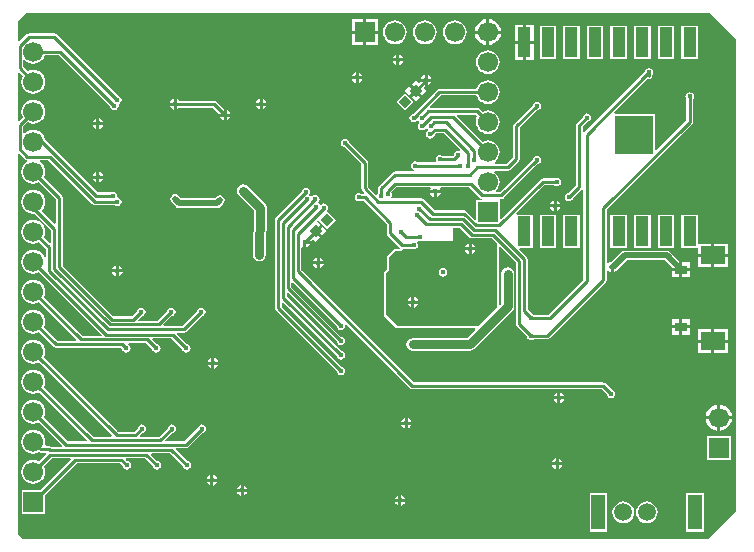
<source format=gbl>
G04*
G04 #@! TF.GenerationSoftware,Altium Limited,Altium Designer,18.1.9 (240)*
G04*
G04 Layer_Physical_Order=2*
G04 Layer_Color=16711680*
%FSLAX25Y25*%
%MOIN*%
G70*
G01*
G75*
%ADD11C,0.01000*%
%ADD13C,0.02000*%
%ADD31P,0.04243X4X90.0*%
%ADD89C,0.03000*%
%ADD90R,0.06693X0.06693*%
%ADD91C,0.06693*%
%ADD92R,0.06693X0.06693*%
%ADD93R,0.04724X0.11811*%
%ADD94C,0.05906*%
%ADD95R,0.07874X0.05906*%
%ADD96R,0.03937X0.03150*%
%ADD97C,0.01600*%
%ADD98R,0.12598X0.12598*%
%ADD99R,0.04331X0.09843*%
G36*
X159878Y-49965D02*
Y-207035D01*
X150535Y-216378D01*
X-78035D01*
X-79628Y-214785D01*
Y-88111D01*
X-79167Y-87920D01*
X-77293Y-89793D01*
X-77293Y-89793D01*
X-76929Y-90036D01*
X-76673Y-90087D01*
X-76578Y-90330D01*
X-76557Y-90604D01*
X-77315Y-91185D01*
X-77947Y-92010D01*
X-78345Y-92970D01*
X-78480Y-94000D01*
X-78345Y-95030D01*
X-77947Y-95990D01*
X-77315Y-96815D01*
X-76490Y-97447D01*
X-75530Y-97845D01*
X-74500Y-97980D01*
X-73470Y-97845D01*
X-72601Y-97485D01*
X-67022Y-103065D01*
Y-111239D01*
X-67484Y-111430D01*
X-71711Y-107203D01*
X-71685Y-106815D01*
X-71053Y-105990D01*
X-70655Y-105030D01*
X-70520Y-104000D01*
X-70655Y-102970D01*
X-71053Y-102010D01*
X-71685Y-101185D01*
X-72510Y-100553D01*
X-73470Y-100155D01*
X-74500Y-100020D01*
X-75530Y-100155D01*
X-76490Y-100553D01*
X-77315Y-101185D01*
X-77947Y-102010D01*
X-78345Y-102970D01*
X-78480Y-104000D01*
X-78345Y-105030D01*
X-77947Y-105990D01*
X-77315Y-106815D01*
X-76490Y-107447D01*
X-75530Y-107845D01*
X-74500Y-107981D01*
X-74151Y-107935D01*
X-68622Y-113465D01*
Y-117639D01*
X-69083Y-117830D01*
X-71015Y-115899D01*
X-70655Y-115030D01*
X-70520Y-114000D01*
X-70655Y-112970D01*
X-71053Y-112010D01*
X-71685Y-111185D01*
X-72510Y-110553D01*
X-73470Y-110155D01*
X-74500Y-110020D01*
X-75530Y-110155D01*
X-76490Y-110553D01*
X-77315Y-111185D01*
X-77947Y-112010D01*
X-78345Y-112970D01*
X-78480Y-114000D01*
X-78345Y-115030D01*
X-77947Y-115990D01*
X-77315Y-116815D01*
X-76490Y-117447D01*
X-75530Y-117845D01*
X-74500Y-117981D01*
X-73470Y-117845D01*
X-72601Y-117485D01*
X-70384Y-119702D01*
Y-122317D01*
X-70884Y-122416D01*
X-71053Y-122010D01*
X-71685Y-121185D01*
X-72510Y-120553D01*
X-73470Y-120155D01*
X-74500Y-120019D01*
X-75530Y-120155D01*
X-76490Y-120553D01*
X-77315Y-121185D01*
X-77947Y-122010D01*
X-78345Y-122970D01*
X-78480Y-124000D01*
X-78345Y-125030D01*
X-77947Y-125990D01*
X-77315Y-126815D01*
X-76490Y-127447D01*
X-75530Y-127845D01*
X-74500Y-127980D01*
X-73470Y-127845D01*
X-72601Y-127485D01*
X-51770Y-148317D01*
X-51961Y-148778D01*
X-58135D01*
X-71015Y-135899D01*
X-70655Y-135030D01*
X-70520Y-134000D01*
X-70655Y-132970D01*
X-71053Y-132010D01*
X-71685Y-131185D01*
X-72510Y-130553D01*
X-73470Y-130155D01*
X-74500Y-130019D01*
X-75530Y-130155D01*
X-76490Y-130553D01*
X-77315Y-131185D01*
X-77947Y-132010D01*
X-78345Y-132970D01*
X-78480Y-134000D01*
X-78345Y-135030D01*
X-77947Y-135990D01*
X-77315Y-136815D01*
X-76490Y-137447D01*
X-75530Y-137845D01*
X-74500Y-137980D01*
X-73470Y-137845D01*
X-72601Y-137485D01*
X-60170Y-149917D01*
X-60361Y-150378D01*
X-66535D01*
X-71015Y-145899D01*
X-70655Y-145030D01*
X-70520Y-144000D01*
X-70655Y-142970D01*
X-71053Y-142010D01*
X-71685Y-141185D01*
X-72510Y-140553D01*
X-73470Y-140155D01*
X-74500Y-140020D01*
X-75530Y-140155D01*
X-76490Y-140553D01*
X-77315Y-141185D01*
X-77947Y-142010D01*
X-78345Y-142970D01*
X-78480Y-144000D01*
X-78345Y-145030D01*
X-77947Y-145990D01*
X-77315Y-146815D01*
X-76490Y-147447D01*
X-75530Y-147845D01*
X-74500Y-147980D01*
X-73470Y-147845D01*
X-72601Y-147485D01*
X-67793Y-152293D01*
X-67793Y-152293D01*
X-67429Y-152536D01*
X-67000Y-152622D01*
X-45353D01*
X-44888Y-153087D01*
X-44819Y-153435D01*
X-44509Y-153898D01*
X-44046Y-154208D01*
X-43500Y-154316D01*
X-42954Y-154208D01*
X-42491Y-153898D01*
X-42181Y-153435D01*
X-42072Y-152889D01*
X-42181Y-152343D01*
X-42491Y-151880D01*
X-42954Y-151570D01*
X-43057Y-151549D01*
X-43062Y-151522D01*
X-42632Y-151022D01*
X-36953D01*
X-34888Y-153087D01*
X-34819Y-153435D01*
X-34509Y-153898D01*
X-34046Y-154208D01*
X-33500Y-154316D01*
X-32954Y-154208D01*
X-32491Y-153898D01*
X-32181Y-153435D01*
X-32073Y-152889D01*
X-32181Y-152343D01*
X-32491Y-151880D01*
X-32954Y-151570D01*
X-33302Y-151501D01*
X-34919Y-149883D01*
X-34728Y-149422D01*
X-28554D01*
X-24888Y-153087D01*
X-24819Y-153435D01*
X-24509Y-153898D01*
X-24046Y-154208D01*
X-23500Y-154316D01*
X-22954Y-154208D01*
X-22491Y-153898D01*
X-22181Y-153435D01*
X-22073Y-152889D01*
X-22181Y-152343D01*
X-22491Y-151880D01*
X-22954Y-151570D01*
X-23302Y-151501D01*
X-26719Y-148083D01*
X-26528Y-147622D01*
X-24362D01*
X-24362Y-147622D01*
X-23932Y-147536D01*
X-23569Y-147293D01*
X-18302Y-142026D01*
X-17954Y-141957D01*
X-17491Y-141648D01*
X-17181Y-141185D01*
X-17073Y-140638D01*
X-17181Y-140092D01*
X-17491Y-139629D01*
X-17954Y-139320D01*
X-18500Y-139211D01*
X-19046Y-139320D01*
X-19509Y-139629D01*
X-19819Y-140092D01*
X-19888Y-140440D01*
X-24826Y-145378D01*
X-31001D01*
X-31192Y-144916D01*
X-28302Y-142026D01*
X-27954Y-141957D01*
X-27491Y-141648D01*
X-27181Y-141185D01*
X-27073Y-140638D01*
X-27181Y-140092D01*
X-27491Y-139629D01*
X-27954Y-139320D01*
X-28500Y-139211D01*
X-29046Y-139320D01*
X-29509Y-139629D01*
X-29819Y-140092D01*
X-29888Y-140440D01*
X-33226Y-143778D01*
X-39401D01*
X-39592Y-143316D01*
X-38302Y-142026D01*
X-37954Y-141957D01*
X-37491Y-141648D01*
X-37181Y-141185D01*
X-37073Y-140638D01*
X-37181Y-140092D01*
X-37491Y-139629D01*
X-37954Y-139320D01*
X-38500Y-139211D01*
X-39046Y-139320D01*
X-39509Y-139629D01*
X-39819Y-140092D01*
X-39888Y-140440D01*
X-41626Y-142178D01*
X-47947D01*
X-64778Y-125347D01*
Y-102600D01*
X-64778Y-102600D01*
X-64864Y-102171D01*
X-65107Y-101807D01*
X-65107Y-101807D01*
X-71015Y-95899D01*
X-70655Y-95030D01*
X-70520Y-94000D01*
X-70655Y-92970D01*
X-71053Y-92010D01*
X-71685Y-91185D01*
X-72420Y-90622D01*
X-72358Y-90257D01*
X-72288Y-90122D01*
X-69465D01*
X-54793Y-104793D01*
X-54793Y-104793D01*
X-54429Y-105036D01*
X-54000Y-105122D01*
X-47341D01*
X-47046Y-105319D01*
X-46500Y-105427D01*
X-45954Y-105319D01*
X-45491Y-105009D01*
X-45181Y-104546D01*
X-45073Y-104000D01*
X-45181Y-103454D01*
X-45491Y-102991D01*
X-45954Y-102681D01*
X-46500Y-102573D01*
X-46589Y-102084D01*
X-46573Y-102000D01*
X-46681Y-101454D01*
X-46991Y-100991D01*
X-47454Y-100681D01*
X-48000Y-100573D01*
X-48546Y-100681D01*
X-48841Y-100878D01*
X-53035D01*
X-70611Y-83303D01*
X-70655Y-82970D01*
X-71053Y-82010D01*
X-71685Y-81185D01*
X-72510Y-80553D01*
X-73470Y-80155D01*
X-74500Y-80019D01*
X-75530Y-80155D01*
X-76490Y-80553D01*
X-77315Y-81185D01*
X-77351Y-81233D01*
X-77825Y-81073D01*
Y-78911D01*
X-76399Y-77485D01*
X-75530Y-77845D01*
X-74500Y-77981D01*
X-73470Y-77845D01*
X-72510Y-77447D01*
X-71685Y-76815D01*
X-71053Y-75990D01*
X-70655Y-75030D01*
X-70520Y-74000D01*
X-70655Y-72970D01*
X-71053Y-72010D01*
X-71685Y-71185D01*
X-72510Y-70553D01*
X-73470Y-70155D01*
X-74500Y-70020D01*
X-75530Y-70155D01*
X-76490Y-70553D01*
X-77315Y-71185D01*
X-77947Y-72010D01*
X-78345Y-72970D01*
X-78480Y-74000D01*
X-78345Y-75030D01*
X-77985Y-75899D01*
X-79167Y-77080D01*
X-79628Y-76889D01*
Y-61111D01*
X-79167Y-60920D01*
X-77985Y-62101D01*
X-78345Y-62970D01*
X-78480Y-64000D01*
X-78345Y-65030D01*
X-77947Y-65990D01*
X-77315Y-66815D01*
X-76490Y-67447D01*
X-75530Y-67845D01*
X-74500Y-67980D01*
X-73470Y-67845D01*
X-72510Y-67447D01*
X-71685Y-66815D01*
X-71053Y-65990D01*
X-70655Y-65030D01*
X-70520Y-64000D01*
X-70655Y-62970D01*
X-71053Y-62010D01*
X-71685Y-61185D01*
X-72510Y-60553D01*
X-73470Y-60155D01*
X-74500Y-60019D01*
X-75530Y-60155D01*
X-76399Y-60515D01*
X-77825Y-59089D01*
Y-56927D01*
X-77351Y-56767D01*
X-77315Y-56815D01*
X-76490Y-57447D01*
X-75530Y-57845D01*
X-74500Y-57981D01*
X-73470Y-57845D01*
X-72510Y-57447D01*
X-71685Y-56815D01*
X-71053Y-55990D01*
X-70693Y-55122D01*
X-65965D01*
X-48888Y-72198D01*
X-48819Y-72546D01*
X-48509Y-73009D01*
X-48046Y-73319D01*
X-47500Y-73427D01*
X-46954Y-73319D01*
X-46491Y-73009D01*
X-46181Y-72546D01*
X-46073Y-72000D01*
X-46101Y-71858D01*
X-45954Y-71319D01*
X-45491Y-71009D01*
X-45181Y-70546D01*
X-45073Y-70000D01*
X-45181Y-69454D01*
X-45491Y-68991D01*
X-45954Y-68681D01*
X-46302Y-68612D01*
X-66707Y-48207D01*
X-67071Y-47964D01*
X-67500Y-47878D01*
X-67500Y-47878D01*
X-76000D01*
X-76429Y-47964D01*
X-76793Y-48207D01*
X-76793Y-48207D01*
X-79167Y-50580D01*
X-79628Y-50389D01*
Y-43715D01*
X-77035Y-41122D01*
X151035D01*
X159878Y-49965D01*
D02*
G37*
%LPC*%
G36*
X77500Y-43146D02*
Y-46965D01*
X81318D01*
X81235Y-46330D01*
X80797Y-45273D01*
X80100Y-44365D01*
X79192Y-43668D01*
X78135Y-43230D01*
X77500Y-43146D01*
D02*
G37*
G36*
X76500D02*
X75865Y-43230D01*
X74808Y-43668D01*
X73900Y-44365D01*
X73203Y-45273D01*
X72765Y-46330D01*
X72682Y-46965D01*
X76500D01*
Y-43146D01*
D02*
G37*
G36*
X40346Y-43154D02*
X36500D01*
Y-47000D01*
X40346D01*
Y-43154D01*
D02*
G37*
G36*
X35500D02*
X31653D01*
Y-47000D01*
X35500D01*
Y-43154D01*
D02*
G37*
G36*
X92297Y-45001D02*
X89632D01*
Y-50422D01*
X92297D01*
Y-45001D01*
D02*
G37*
G36*
X88632D02*
X85966D01*
Y-50422D01*
X88632D01*
Y-45001D01*
D02*
G37*
G36*
X66000Y-43519D02*
X64970Y-43655D01*
X64010Y-44053D01*
X63185Y-44685D01*
X62553Y-45510D01*
X62155Y-46470D01*
X62019Y-47500D01*
X62155Y-48530D01*
X62553Y-49490D01*
X63185Y-50315D01*
X64010Y-50947D01*
X64970Y-51345D01*
X66000Y-51481D01*
X67030Y-51345D01*
X67990Y-50947D01*
X68815Y-50315D01*
X69447Y-49490D01*
X69845Y-48530D01*
X69981Y-47500D01*
X69845Y-46470D01*
X69447Y-45510D01*
X68815Y-44685D01*
X67990Y-44053D01*
X67030Y-43655D01*
X66000Y-43519D01*
D02*
G37*
G36*
X56000D02*
X54970Y-43655D01*
X54010Y-44053D01*
X53185Y-44685D01*
X52553Y-45510D01*
X52155Y-46470D01*
X52020Y-47500D01*
X52155Y-48530D01*
X52553Y-49490D01*
X53185Y-50315D01*
X54010Y-50947D01*
X54970Y-51345D01*
X56000Y-51481D01*
X57030Y-51345D01*
X57990Y-50947D01*
X58815Y-50315D01*
X59447Y-49490D01*
X59845Y-48530D01*
X59980Y-47500D01*
X59845Y-46470D01*
X59447Y-45510D01*
X58815Y-44685D01*
X57990Y-44053D01*
X57030Y-43655D01*
X56000Y-43519D01*
D02*
G37*
G36*
X46000D02*
X44970Y-43655D01*
X44010Y-44053D01*
X43185Y-44685D01*
X42553Y-45510D01*
X42155Y-46470D01*
X42020Y-47500D01*
X42155Y-48530D01*
X42553Y-49490D01*
X43185Y-50315D01*
X44010Y-50947D01*
X44970Y-51345D01*
X46000Y-51481D01*
X47030Y-51345D01*
X47990Y-50947D01*
X48815Y-50315D01*
X49447Y-49490D01*
X49845Y-48530D01*
X49981Y-47500D01*
X49845Y-46470D01*
X49447Y-45510D01*
X48815Y-44685D01*
X47990Y-44053D01*
X47030Y-43655D01*
X46000Y-43519D01*
D02*
G37*
G36*
X81318Y-47965D02*
X77500D01*
Y-51783D01*
X78135Y-51699D01*
X79192Y-51261D01*
X80100Y-50564D01*
X80797Y-49657D01*
X81235Y-48599D01*
X81318Y-47965D01*
D02*
G37*
G36*
X76500D02*
X72682D01*
X72765Y-48599D01*
X73203Y-49657D01*
X73900Y-50564D01*
X74808Y-51261D01*
X75865Y-51699D01*
X76500Y-51783D01*
Y-47965D01*
D02*
G37*
G36*
X40346Y-48000D02*
X36500D01*
Y-51846D01*
X40346D01*
Y-48000D01*
D02*
G37*
G36*
X35500D02*
X31653D01*
Y-51846D01*
X35500D01*
Y-48000D01*
D02*
G37*
G36*
X47500Y-54998D02*
Y-56234D01*
X48736D01*
X48696Y-56031D01*
X48298Y-55436D01*
X47702Y-55038D01*
X47500Y-54998D01*
D02*
G37*
G36*
X46500D02*
X46298Y-55038D01*
X45702Y-55436D01*
X45304Y-56031D01*
X45264Y-56234D01*
X46500D01*
Y-54998D01*
D02*
G37*
G36*
X131267Y-45395D02*
X125736D01*
Y-56437D01*
X131267D01*
Y-45395D01*
D02*
G37*
G36*
X123393Y-45399D02*
X117862D01*
Y-56441D01*
X123393D01*
Y-45399D01*
D02*
G37*
G36*
X107645D02*
X102114D01*
Y-56441D01*
X107645D01*
Y-45399D01*
D02*
G37*
G36*
X139141Y-45400D02*
X133610D01*
Y-56443D01*
X139141D01*
Y-45400D01*
D02*
G37*
G36*
X115519Y-45402D02*
X109988D01*
Y-56444D01*
X115519D01*
Y-45402D01*
D02*
G37*
G36*
X147015Y-45403D02*
X141485D01*
Y-56445D01*
X147015D01*
Y-45403D01*
D02*
G37*
G36*
X99771D02*
X94240D01*
Y-56445D01*
X99771D01*
Y-45403D01*
D02*
G37*
G36*
X92297Y-51422D02*
X89632D01*
Y-56843D01*
X92297D01*
Y-51422D01*
D02*
G37*
G36*
X88632D02*
X85966D01*
Y-56843D01*
X88632D01*
Y-51422D01*
D02*
G37*
G36*
X48736Y-57234D02*
X47500D01*
Y-58469D01*
X47702Y-58429D01*
X48298Y-58031D01*
X48696Y-57436D01*
X48736Y-57234D01*
D02*
G37*
G36*
X46500D02*
X45264D01*
X45304Y-57436D01*
X45702Y-58031D01*
X46298Y-58429D01*
X46500Y-58469D01*
Y-57234D01*
D02*
G37*
G36*
X77000Y-53484D02*
X75970Y-53620D01*
X75010Y-54017D01*
X74185Y-54650D01*
X73553Y-55474D01*
X73155Y-56434D01*
X73019Y-57465D01*
X73155Y-58495D01*
X73553Y-59455D01*
X74185Y-60279D01*
X75010Y-60912D01*
X75970Y-61309D01*
X77000Y-61445D01*
X78030Y-61309D01*
X78990Y-60912D01*
X79815Y-60279D01*
X80447Y-59455D01*
X80845Y-58495D01*
X80980Y-57465D01*
X80845Y-56434D01*
X80447Y-55474D01*
X79815Y-54650D01*
X78990Y-54017D01*
X78030Y-53620D01*
X77000Y-53484D01*
D02*
G37*
G36*
X33893Y-60857D02*
Y-62093D01*
X35129D01*
X35089Y-61890D01*
X34691Y-61295D01*
X34095Y-60897D01*
X33893Y-60857D01*
D02*
G37*
G36*
X32893D02*
X32691Y-60897D01*
X32096Y-61295D01*
X31698Y-61890D01*
X31657Y-62093D01*
X32893D01*
Y-60857D01*
D02*
G37*
G36*
X57000Y-61764D02*
Y-63000D01*
X58236D01*
X58196Y-62798D01*
X57798Y-62202D01*
X57202Y-61804D01*
X57000Y-61764D01*
D02*
G37*
G36*
X56000D02*
X55798Y-61804D01*
X55202Y-62202D01*
X54804Y-62798D01*
X54764Y-63000D01*
X56000D01*
Y-61764D01*
D02*
G37*
G36*
X130750Y-59496D02*
X130204Y-59605D01*
X129741Y-59914D01*
X129431Y-60378D01*
X129362Y-60726D01*
X109207Y-80881D01*
X109122Y-81009D01*
X108622Y-80857D01*
Y-78906D01*
X110198Y-77329D01*
X110546Y-77260D01*
X111009Y-76951D01*
X111319Y-76487D01*
X111427Y-75941D01*
X111319Y-75395D01*
X111009Y-74932D01*
X110546Y-74622D01*
X110000Y-74514D01*
X109454Y-74622D01*
X108991Y-74932D01*
X108681Y-75395D01*
X108612Y-75743D01*
X106707Y-77648D01*
X106464Y-78012D01*
X106378Y-78441D01*
X106378Y-78441D01*
Y-98535D01*
X103802Y-101112D01*
X103454Y-101181D01*
X102991Y-101491D01*
X102681Y-101954D01*
X102573Y-102500D01*
X102681Y-103046D01*
X102991Y-103509D01*
X103454Y-103819D01*
X104000Y-103927D01*
X104546Y-103819D01*
X105009Y-103509D01*
X105319Y-103046D01*
X105388Y-102698D01*
X108293Y-99793D01*
X108293Y-99793D01*
X108378Y-99665D01*
X108878Y-99817D01*
Y-130035D01*
X97305Y-141609D01*
X92341D01*
X92046Y-141411D01*
X91698Y-141342D01*
X90222Y-139866D01*
Y-123100D01*
X90222Y-123100D01*
X90136Y-122671D01*
X89893Y-122307D01*
X89893Y-122307D01*
X87489Y-119903D01*
X87681Y-119441D01*
X91897D01*
Y-108399D01*
X86778D01*
X86608Y-108399D01*
X86401Y-107899D01*
X95839Y-98460D01*
X98958D01*
X98991Y-98509D01*
X99454Y-98819D01*
X100000Y-98927D01*
X100546Y-98819D01*
X101009Y-98509D01*
X101319Y-98046D01*
X101427Y-97500D01*
X101319Y-96954D01*
X101009Y-96491D01*
X100546Y-96181D01*
X100000Y-96073D01*
X99454Y-96181D01*
X99400Y-96217D01*
X95374D01*
X95374Y-96217D01*
X94945Y-96303D01*
X94581Y-96546D01*
X94581Y-96546D01*
X81408Y-109719D01*
X80946Y-109527D01*
Y-103518D01*
X80946D01*
X80981Y-103033D01*
X81512D01*
X81512Y-103033D01*
X81942Y-102947D01*
X82306Y-102704D01*
X93527Y-91483D01*
X93875Y-91414D01*
X94338Y-91104D01*
X94647Y-90641D01*
X94756Y-90095D01*
X94647Y-89549D01*
X94338Y-89086D01*
X93875Y-88776D01*
X93329Y-88668D01*
X92782Y-88776D01*
X92319Y-89086D01*
X92010Y-89549D01*
X91941Y-89897D01*
X81048Y-100789D01*
X79927D01*
X79767Y-100316D01*
X79815Y-100279D01*
X80447Y-99455D01*
X80845Y-98495D01*
X80980Y-97465D01*
X80845Y-96434D01*
X80447Y-95474D01*
X79815Y-94650D01*
X79126Y-94122D01*
X79296Y-93622D01*
X83670D01*
X83670Y-93622D01*
X84099Y-93536D01*
X84463Y-93293D01*
X87293Y-90463D01*
X87293Y-90463D01*
X87536Y-90099D01*
X87622Y-89670D01*
Y-79388D01*
X93527Y-73483D01*
X93875Y-73414D01*
X94338Y-73104D01*
X94647Y-72641D01*
X94756Y-72095D01*
X94647Y-71549D01*
X94338Y-71086D01*
X93875Y-70776D01*
X93329Y-70667D01*
X92782Y-70776D01*
X92319Y-71086D01*
X92010Y-71549D01*
X91941Y-71897D01*
X85707Y-78131D01*
X85464Y-78494D01*
X85378Y-78924D01*
X85378Y-78924D01*
Y-89205D01*
X83205Y-91378D01*
X79386D01*
X79310Y-91283D01*
X79390Y-90605D01*
X79815Y-90279D01*
X80447Y-89455D01*
X80845Y-88495D01*
X80980Y-87465D01*
X80845Y-86434D01*
X80447Y-85474D01*
X79815Y-84650D01*
X78990Y-84017D01*
X78030Y-83620D01*
X77000Y-83484D01*
X75970Y-83620D01*
X75101Y-83979D01*
X66643Y-75522D01*
X66850Y-75022D01*
X72971D01*
X73515Y-75566D01*
X73155Y-76434D01*
X73019Y-77465D01*
X73155Y-78495D01*
X73553Y-79455D01*
X74185Y-80279D01*
X75010Y-80912D01*
X75970Y-81309D01*
X77000Y-81445D01*
X78030Y-81309D01*
X78990Y-80912D01*
X79815Y-80279D01*
X80447Y-79455D01*
X80845Y-78495D01*
X80980Y-77465D01*
X80845Y-76434D01*
X80447Y-75474D01*
X79815Y-74650D01*
X78990Y-74017D01*
X78030Y-73620D01*
X77000Y-73484D01*
X75970Y-73620D01*
X75101Y-73980D01*
X74229Y-73107D01*
X73865Y-72864D01*
X73435Y-72778D01*
X73435Y-72778D01*
X57790D01*
X57583Y-72278D01*
X61276Y-68586D01*
X73193D01*
X73553Y-69455D01*
X74185Y-70279D01*
X75010Y-70912D01*
X75970Y-71309D01*
X77000Y-71445D01*
X78030Y-71309D01*
X78990Y-70912D01*
X79815Y-70279D01*
X80447Y-69455D01*
X80845Y-68495D01*
X80980Y-67465D01*
X80845Y-66434D01*
X80447Y-65474D01*
X79815Y-64650D01*
X78990Y-64017D01*
X78030Y-63620D01*
X77000Y-63484D01*
X75970Y-63620D01*
X75010Y-64017D01*
X74185Y-64650D01*
X73553Y-65474D01*
X73193Y-66343D01*
X60811D01*
X60811Y-66343D01*
X60382Y-66428D01*
X60018Y-66672D01*
X60018Y-66672D01*
X52077Y-74612D01*
X51729Y-74681D01*
X51266Y-74991D01*
X50957Y-75454D01*
X50848Y-76000D01*
X50957Y-76546D01*
X51266Y-77009D01*
X51729Y-77319D01*
X52276Y-77427D01*
X52822Y-77319D01*
X53285Y-77009D01*
X53296Y-76992D01*
X53824Y-76958D01*
X54099Y-77233D01*
X54065Y-77760D01*
X53755Y-78223D01*
X53646Y-78769D01*
X53755Y-79316D01*
X54065Y-79779D01*
X54528Y-80088D01*
X55074Y-80197D01*
X55620Y-80088D01*
X56083Y-79779D01*
X56284Y-79479D01*
X56784Y-79423D01*
X56862Y-79444D01*
X56991Y-79637D01*
X57183Y-79765D01*
X57205Y-79846D01*
X57149Y-80344D01*
X56847Y-80545D01*
X56538Y-81008D01*
X56429Y-81555D01*
X56538Y-82101D01*
X56847Y-82564D01*
X57310Y-82873D01*
X57856Y-82982D01*
X58403Y-82873D01*
X58866Y-82564D01*
X59175Y-82101D01*
X59245Y-81753D01*
X59876Y-81122D01*
X62222D01*
X67784Y-86683D01*
X67538Y-87144D01*
X67178Y-87073D01*
X66631Y-87181D01*
X66168Y-87491D01*
X65859Y-87954D01*
X65790Y-88302D01*
X65391Y-88701D01*
X61841D01*
X61546Y-88504D01*
X61000Y-88395D01*
X60454Y-88504D01*
X59991Y-88813D01*
X59681Y-89276D01*
X59573Y-89822D01*
X59681Y-90369D01*
X59688Y-90378D01*
X59421Y-90878D01*
X53582D01*
X53287Y-90681D01*
X52740Y-90573D01*
X52194Y-90681D01*
X51731Y-90991D01*
X51422Y-91454D01*
X51313Y-92000D01*
X51422Y-92546D01*
X51731Y-93009D01*
X52069Y-93235D01*
X52194Y-93319D01*
X52489Y-93426D01*
X52489Y-93429D01*
X52367Y-93878D01*
X46023D01*
X46023Y-93878D01*
X45594Y-93964D01*
X45230Y-94207D01*
X45230Y-94207D01*
X40707Y-98730D01*
X40464Y-99094D01*
X40378Y-99523D01*
X40378Y-99523D01*
Y-101243D01*
X40243Y-101446D01*
X39697Y-101607D01*
X37122Y-99032D01*
Y-91017D01*
X37122Y-91017D01*
X37036Y-90588D01*
X36793Y-90224D01*
X36793Y-90224D01*
X30900Y-84330D01*
X30830Y-83982D01*
X30521Y-83519D01*
X30058Y-83210D01*
X29512Y-83101D01*
X28965Y-83210D01*
X28502Y-83519D01*
X28193Y-83982D01*
X28084Y-84528D01*
X28193Y-85075D01*
X28502Y-85538D01*
X28965Y-85847D01*
X29313Y-85917D01*
X34878Y-91482D01*
Y-99497D01*
X34878Y-99497D01*
X34964Y-99926D01*
X35207Y-100290D01*
X35796Y-100878D01*
X35588Y-101378D01*
X34841D01*
X34546Y-101181D01*
X34000Y-101073D01*
X33454Y-101181D01*
X32991Y-101491D01*
X32681Y-101954D01*
X32573Y-102500D01*
X32681Y-103046D01*
X32991Y-103509D01*
X33454Y-103819D01*
X34000Y-103927D01*
X34546Y-103819D01*
X34841Y-103622D01*
X35535D01*
X43378Y-111465D01*
Y-114500D01*
X43378Y-114500D01*
X43464Y-114929D01*
X43707Y-115293D01*
X47707Y-119293D01*
X47707Y-119293D01*
X47715Y-119381D01*
X47330Y-119851D01*
X46000D01*
X45541Y-120041D01*
X43541Y-122041D01*
X43351Y-122500D01*
Y-126731D01*
X42541Y-127541D01*
X42351Y-128000D01*
Y-141500D01*
X42541Y-141959D01*
X46541Y-145959D01*
X47000Y-146149D01*
X72669D01*
X72861Y-146611D01*
X70029Y-149443D01*
X52000D01*
X51181Y-149606D01*
X50486Y-150070D01*
X50022Y-150765D01*
X49859Y-151584D01*
X50022Y-152404D01*
X50486Y-153098D01*
X51181Y-153562D01*
X52000Y-153725D01*
X70916D01*
X71735Y-153562D01*
X72430Y-153098D01*
X85148Y-140381D01*
X85612Y-139686D01*
X85775Y-138866D01*
Y-128000D01*
X85612Y-127181D01*
X85148Y-126486D01*
X84453Y-126022D01*
X83634Y-125859D01*
X82814Y-126022D01*
X82120Y-126486D01*
X81655Y-127181D01*
X81492Y-128000D01*
Y-137980D01*
X81111Y-138361D01*
X80649Y-138169D01*
Y-119152D01*
X81111Y-118960D01*
X86378Y-124227D01*
Y-144730D01*
X86378Y-144730D01*
X86464Y-145159D01*
X86707Y-145523D01*
X90112Y-148928D01*
X90181Y-149276D01*
X90491Y-149740D01*
X90954Y-150049D01*
X91500Y-150157D01*
X92046Y-150049D01*
X92341Y-149852D01*
X96770D01*
X96770Y-149852D01*
X97199Y-149766D01*
X97563Y-149523D01*
X116293Y-130793D01*
X116536Y-130429D01*
X116622Y-130000D01*
X116622Y-130000D01*
Y-127134D01*
X117122Y-126982D01*
X117202Y-127103D01*
X117798Y-127501D01*
X118000Y-127541D01*
Y-125805D01*
X119000D01*
Y-127541D01*
X119202Y-127501D01*
X119798Y-127103D01*
X119986Y-126821D01*
X123265Y-123543D01*
X135928D01*
X138360Y-125974D01*
Y-126136D01*
X140828D01*
Y-123828D01*
X137757Y-120758D01*
X137228Y-120404D01*
X136604Y-120280D01*
X122589D01*
X121965Y-120404D01*
X121435Y-120758D01*
X118154Y-124039D01*
X117798Y-124110D01*
X117202Y-124507D01*
X117122Y-124628D01*
X116622Y-124477D01*
Y-106499D01*
X145043Y-78077D01*
X145286Y-77713D01*
X145372Y-77284D01*
X145372Y-77284D01*
Y-69765D01*
X145569Y-69470D01*
X145677Y-68924D01*
X145569Y-68378D01*
X145259Y-67914D01*
X144796Y-67605D01*
X144250Y-67496D01*
X143704Y-67605D01*
X143241Y-67914D01*
X142931Y-68378D01*
X142823Y-68924D01*
X142931Y-69470D01*
X143128Y-69765D01*
Y-76819D01*
X133109Y-86839D01*
X132647Y-86648D01*
Y-74733D01*
X119234D01*
X119027Y-74233D01*
X130285Y-62975D01*
X130321Y-62999D01*
X130750Y-63085D01*
X131179Y-62999D01*
X131543Y-62756D01*
X131786Y-62392D01*
X131872Y-61963D01*
Y-61765D01*
X132069Y-61470D01*
X132177Y-60924D01*
X132069Y-60378D01*
X131759Y-59914D01*
X131296Y-59605D01*
X130750Y-59496D01*
D02*
G37*
G36*
X35129Y-63093D02*
X33893D01*
Y-64329D01*
X34095Y-64288D01*
X34691Y-63890D01*
X35089Y-63295D01*
X35129Y-63093D01*
D02*
G37*
G36*
X32893D02*
X31657D01*
X31698Y-63295D01*
X32096Y-63890D01*
X32691Y-64288D01*
X32893Y-64329D01*
Y-63093D01*
D02*
G37*
G36*
X58236Y-64000D02*
X57000D01*
Y-65236D01*
X57202Y-65196D01*
X57798Y-64798D01*
X58196Y-64202D01*
X58236Y-64000D01*
D02*
G37*
G36*
X53000Y-63464D02*
X51586Y-64879D01*
X53354Y-66646D01*
X55121Y-68414D01*
X56536Y-67000D01*
X55561Y-66025D01*
X56000Y-65586D01*
Y-64000D01*
X54414D01*
X53975Y-64439D01*
X53000Y-63464D01*
D02*
G37*
G36*
X50879Y-65586D02*
X49464Y-67000D01*
X50879Y-68414D01*
X52293Y-67000D01*
X50879Y-65586D01*
D02*
G37*
G36*
X53000Y-67707D02*
X51586Y-69121D01*
X53000Y-70535D01*
X54414Y-69121D01*
X53000Y-67707D01*
D02*
G37*
G36*
X2000Y-69764D02*
Y-71000D01*
X3236D01*
X3196Y-70798D01*
X2798Y-70202D01*
X2202Y-69804D01*
X2000Y-69764D01*
D02*
G37*
G36*
X1000D02*
X798Y-69804D01*
X202Y-70202D01*
X-196Y-70798D01*
X-236Y-71000D01*
X1000D01*
Y-69764D01*
D02*
G37*
G36*
X-27746Y-69819D02*
X-27948Y-69860D01*
X-28543Y-70257D01*
X-28941Y-70853D01*
X-28981Y-71055D01*
X-27746D01*
Y-69819D01*
D02*
G37*
G36*
X3236Y-72000D02*
X2000D01*
Y-73236D01*
X2202Y-73196D01*
X2798Y-72798D01*
X3196Y-72202D01*
X3236Y-72000D01*
D02*
G37*
G36*
X1000D02*
X-236D01*
X-196Y-72202D01*
X202Y-72798D01*
X798Y-73196D01*
X1000Y-73236D01*
Y-72000D01*
D02*
G37*
G36*
X-27746Y-72055D02*
X-28981D01*
X-28941Y-72258D01*
X-28543Y-72853D01*
X-27948Y-73251D01*
X-27746Y-73291D01*
Y-72055D01*
D02*
G37*
G36*
X49381Y-67649D02*
X46411Y-70619D01*
X49381Y-73589D01*
X52351Y-70619D01*
X49381Y-67649D01*
D02*
G37*
G36*
X-10066Y-73450D02*
Y-74686D01*
X-8830D01*
X-8871Y-74484D01*
X-9268Y-73888D01*
X-9864Y-73490D01*
X-10066Y-73450D01*
D02*
G37*
G36*
X-26746Y-69819D02*
Y-71555D01*
Y-73291D01*
X-26543Y-73251D01*
X-25948Y-72853D01*
X-25830Y-72677D01*
X-14661D01*
X-12652Y-74686D01*
X-11066D01*
Y-73100D01*
X-13404Y-70762D01*
X-13768Y-70519D01*
X-14197Y-70434D01*
X-14197Y-70434D01*
X-25830D01*
X-25948Y-70257D01*
X-26543Y-69860D01*
X-26746Y-69819D01*
D02*
G37*
G36*
X-8830Y-75686D02*
X-10066D01*
Y-76922D01*
X-9864Y-76881D01*
X-9268Y-76484D01*
X-8871Y-75888D01*
X-8830Y-75686D01*
D02*
G37*
G36*
X-11066D02*
X-12302D01*
X-12262Y-75888D01*
X-11864Y-76484D01*
X-11268Y-76881D01*
X-11066Y-76922D01*
Y-75686D01*
D02*
G37*
G36*
X-52500Y-76186D02*
Y-77422D01*
X-51264D01*
X-51304Y-77220D01*
X-51702Y-76624D01*
X-52298Y-76226D01*
X-52500Y-76186D01*
D02*
G37*
G36*
X-53500D02*
X-53702Y-76226D01*
X-54298Y-76624D01*
X-54696Y-77220D01*
X-54736Y-77422D01*
X-53500D01*
Y-76186D01*
D02*
G37*
G36*
X-51264Y-78422D02*
X-52500D01*
Y-79658D01*
X-52298Y-79618D01*
X-51702Y-79220D01*
X-51304Y-78624D01*
X-51264Y-78422D01*
D02*
G37*
G36*
X-53500D02*
X-54736D01*
X-54696Y-78624D01*
X-54298Y-79220D01*
X-53702Y-79618D01*
X-53500Y-79658D01*
Y-78422D01*
D02*
G37*
G36*
X-52500Y-94088D02*
Y-95324D01*
X-51264D01*
X-51304Y-95121D01*
X-51702Y-94526D01*
X-52298Y-94128D01*
X-52500Y-94088D01*
D02*
G37*
G36*
X-53500D02*
X-53702Y-94128D01*
X-54298Y-94526D01*
X-54696Y-95121D01*
X-54736Y-95324D01*
X-53500D01*
Y-94088D01*
D02*
G37*
G36*
X-51264Y-96324D02*
X-52500D01*
Y-97559D01*
X-52298Y-97519D01*
X-51702Y-97121D01*
X-51304Y-96526D01*
X-51264Y-96324D01*
D02*
G37*
G36*
X-53500D02*
X-54736D01*
X-54696Y-96526D01*
X-54298Y-97121D01*
X-53702Y-97519D01*
X-53500Y-97559D01*
Y-96324D01*
D02*
G37*
G36*
X99924Y-103688D02*
Y-104924D01*
X101160D01*
X101119Y-104722D01*
X100722Y-104126D01*
X100126Y-103728D01*
X99924Y-103688D01*
D02*
G37*
G36*
X98924D02*
X98722Y-103728D01*
X98126Y-104126D01*
X97728Y-104722D01*
X97688Y-104924D01*
X98924D01*
Y-103688D01*
D02*
G37*
G36*
X-27246Y-101453D02*
X-27870Y-101577D01*
X-28399Y-101931D01*
X-28753Y-102460D01*
X-28877Y-103085D01*
X-28753Y-103709D01*
X-28399Y-104238D01*
X-26984Y-105654D01*
X-26454Y-106007D01*
X-25830Y-106131D01*
X-13400D01*
X-12776Y-106007D01*
X-12246Y-105654D01*
X-11243Y-104650D01*
X-10890Y-104121D01*
X-10766Y-103497D01*
X-10890Y-102873D01*
X-11243Y-102343D01*
X-11772Y-101990D01*
X-12397Y-101865D01*
X-13021Y-101990D01*
X-13550Y-102343D01*
X-14076Y-102869D01*
X-25154D01*
X-26092Y-101931D01*
X-26621Y-101577D01*
X-27246Y-101453D01*
D02*
G37*
G36*
X101160Y-105924D02*
X99924D01*
Y-107160D01*
X100126Y-107119D01*
X100722Y-106722D01*
X101119Y-106126D01*
X101160Y-105924D01*
D02*
G37*
G36*
X98924D02*
X97688D01*
X97728Y-106126D01*
X98126Y-106722D01*
X98722Y-107119D01*
X98924Y-107160D01*
Y-105924D01*
D02*
G37*
G36*
X16447Y-99265D02*
X15901Y-99374D01*
X15438Y-99683D01*
X15128Y-100146D01*
X15059Y-100495D01*
X6407Y-109147D01*
X6164Y-109511D01*
X6078Y-109940D01*
X6078Y-109940D01*
Y-139475D01*
X6078Y-139475D01*
X6164Y-139904D01*
X6407Y-140268D01*
X26701Y-160562D01*
X26770Y-160910D01*
X27079Y-161373D01*
X27543Y-161682D01*
X28089Y-161791D01*
X28635Y-161682D01*
X29098Y-161373D01*
X29408Y-160910D01*
X29516Y-160364D01*
X29408Y-159817D01*
X29098Y-159354D01*
X28635Y-159045D01*
X28287Y-158976D01*
X8322Y-139010D01*
Y-137812D01*
X8783Y-137621D01*
X26591Y-155428D01*
X26660Y-155776D01*
X26970Y-156239D01*
X27433Y-156549D01*
X27979Y-156658D01*
X28525Y-156549D01*
X28988Y-156239D01*
X29298Y-155776D01*
X29406Y-155230D01*
X29298Y-154684D01*
X28988Y-154221D01*
X28525Y-153911D01*
X28177Y-153842D01*
X9922Y-135587D01*
Y-134546D01*
X10384Y-134354D01*
X26591Y-150562D01*
X26660Y-150910D01*
X26970Y-151373D01*
X27433Y-151682D01*
X27979Y-151791D01*
X28525Y-151682D01*
X28988Y-151373D01*
X29298Y-150910D01*
X29406Y-150364D01*
X29298Y-149817D01*
X28988Y-149354D01*
X28525Y-149045D01*
X28177Y-148976D01*
X11522Y-132320D01*
Y-131125D01*
X11983Y-130933D01*
X26612Y-145562D01*
X26681Y-145910D01*
X26991Y-146373D01*
X27454Y-146682D01*
X28000Y-146791D01*
X28546Y-146682D01*
X29009Y-146373D01*
X29319Y-145910D01*
X29427Y-145364D01*
X29398Y-145218D01*
X29859Y-144971D01*
X51044Y-166157D01*
X51045Y-166157D01*
X51408Y-166400D01*
X51838Y-166485D01*
X114958D01*
X116671Y-168198D01*
X116741Y-168547D01*
X117050Y-169010D01*
X117513Y-169319D01*
X118059Y-169428D01*
X118606Y-169319D01*
X119069Y-169010D01*
X119378Y-168547D01*
X119487Y-168000D01*
X119378Y-167454D01*
X119069Y-166991D01*
X118606Y-166682D01*
X118257Y-166612D01*
X116216Y-164571D01*
X115852Y-164328D01*
X115423Y-164242D01*
X115423Y-164242D01*
X52302D01*
X14721Y-126662D01*
Y-119380D01*
X15163Y-119144D01*
X15239Y-119196D01*
X15442Y-119236D01*
Y-117500D01*
X15942D01*
Y-117000D01*
X18028D01*
X18716Y-116312D01*
X19691Y-117286D01*
X21105Y-115872D01*
X19337Y-114104D01*
X19691Y-113751D01*
X19337Y-113397D01*
X21105Y-111629D01*
X20040Y-110565D01*
X20051Y-110550D01*
X20706Y-110497D01*
X23310Y-113102D01*
X26280Y-110132D01*
X23567Y-107419D01*
X23338Y-107087D01*
X23472Y-106729D01*
X23594Y-106546D01*
X23703Y-106000D01*
X23594Y-105454D01*
X23285Y-104991D01*
X22822Y-104681D01*
X22275Y-104573D01*
X21729Y-104681D01*
X21266Y-104991D01*
X20838Y-104732D01*
X20807Y-104685D01*
X20758Y-104652D01*
X20509Y-104217D01*
X20642Y-104019D01*
X20819Y-103754D01*
X20927Y-103208D01*
X20819Y-102662D01*
X20509Y-102198D01*
X20046Y-101889D01*
X19500Y-101780D01*
X18954Y-101889D01*
X18491Y-102198D01*
X17926Y-102144D01*
X17867Y-102057D01*
X17804Y-102014D01*
X17457Y-101702D01*
X17766Y-101239D01*
X17875Y-100693D01*
X17766Y-100146D01*
X17457Y-99683D01*
X16994Y-99374D01*
X16447Y-99265D01*
D02*
G37*
G36*
X21812Y-112337D02*
X20398Y-113751D01*
X21812Y-115165D01*
X23226Y-113751D01*
X21812Y-112337D01*
D02*
G37*
G36*
X17677Y-118000D02*
X16442D01*
Y-119236D01*
X16644Y-119196D01*
X17239Y-118798D01*
X17637Y-118202D01*
X17677Y-118000D01*
D02*
G37*
G36*
X131267Y-108396D02*
X125736D01*
Y-119438D01*
X131267D01*
Y-108396D01*
D02*
G37*
G36*
X139141Y-108399D02*
X133610D01*
Y-119442D01*
X139141D01*
Y-108399D01*
D02*
G37*
G36*
X123393D02*
X117862D01*
Y-119442D01*
X123393D01*
Y-108399D01*
D02*
G37*
G36*
X107645Y-108400D02*
X102114D01*
Y-119442D01*
X107645D01*
Y-108400D01*
D02*
G37*
G36*
X99771Y-108403D02*
X94240D01*
Y-119445D01*
X99771D01*
Y-108403D01*
D02*
G37*
G36*
X152498Y-117958D02*
Y-121411D01*
X156935D01*
Y-117958D01*
X152498D01*
D02*
G37*
G36*
X147015Y-108403D02*
X141484D01*
Y-119445D01*
X147015Y-119445D01*
X147061Y-119926D01*
Y-121411D01*
X151498D01*
Y-117958D01*
X147515D01*
X147061Y-117958D01*
X147015Y-117477D01*
Y-108403D01*
D02*
G37*
G36*
X-4500Y-98159D02*
X-5319Y-98321D01*
X-6014Y-98786D01*
X-6478Y-99480D01*
X-6641Y-100300D01*
X-6478Y-101119D01*
X-6014Y-101814D01*
X-992Y-106835D01*
X-1360Y-121678D01*
X-1217Y-122502D01*
X-770Y-123208D01*
X-87Y-123689D01*
X728Y-123872D01*
X1551Y-123729D01*
X2257Y-123283D01*
X2738Y-122599D01*
X2921Y-121784D01*
X3311Y-106024D01*
X3307Y-105997D01*
X3312Y-105971D01*
X3235Y-105586D01*
X3169Y-105200D01*
X3154Y-105177D01*
X3149Y-105151D01*
X2931Y-104825D01*
X2722Y-104494D01*
X2700Y-104479D01*
X2685Y-104456D01*
X-2986Y-98786D01*
X-3681Y-98321D01*
X-4500Y-98159D01*
D02*
G37*
G36*
X21000Y-122664D02*
Y-123900D01*
X22236D01*
X22196Y-123698D01*
X21798Y-123102D01*
X21202Y-122704D01*
X21000Y-122664D01*
D02*
G37*
G36*
X20000D02*
X19798Y-122704D01*
X19202Y-123102D01*
X18804Y-123698D01*
X18764Y-123900D01*
X20000D01*
Y-122664D01*
D02*
G37*
G36*
X156935Y-122411D02*
X152498D01*
Y-125864D01*
X156935D01*
Y-122411D01*
D02*
G37*
G36*
X151498D02*
X147061D01*
Y-125864D01*
X151498D01*
Y-122411D01*
D02*
G37*
G36*
X144297Y-124061D02*
X141828D01*
Y-126136D01*
X144297D01*
Y-124061D01*
D02*
G37*
G36*
X22236Y-124900D02*
X21000D01*
Y-126136D01*
X21202Y-126096D01*
X21798Y-125698D01*
X22196Y-125102D01*
X22236Y-124900D01*
D02*
G37*
G36*
X20000D02*
X18764D01*
X18804Y-125102D01*
X19202Y-125698D01*
X19798Y-126096D01*
X20000Y-126136D01*
Y-124900D01*
D02*
G37*
G36*
X-46000Y-125265D02*
Y-126500D01*
X-44764D01*
X-44804Y-126298D01*
X-45202Y-125703D01*
X-45798Y-125305D01*
X-46000Y-125265D01*
D02*
G37*
G36*
X-47000D02*
X-47202Y-125305D01*
X-47798Y-125703D01*
X-48196Y-126298D01*
X-48236Y-126500D01*
X-47000D01*
Y-125265D01*
D02*
G37*
G36*
X-44764Y-127500D02*
X-46000D01*
Y-128736D01*
X-45798Y-128696D01*
X-45202Y-128298D01*
X-44804Y-127703D01*
X-44764Y-127500D01*
D02*
G37*
G36*
X-47000D02*
X-48236D01*
X-48196Y-127703D01*
X-47798Y-128298D01*
X-47202Y-128696D01*
X-47000Y-128736D01*
Y-127500D01*
D02*
G37*
G36*
X144297Y-127136D02*
X141828D01*
Y-129210D01*
X144297D01*
Y-127136D01*
D02*
G37*
G36*
X140828D02*
X138360D01*
Y-129210D01*
X140828D01*
Y-127136D01*
D02*
G37*
G36*
X144297Y-143155D02*
X141828D01*
Y-145230D01*
X144297D01*
Y-143155D01*
D02*
G37*
G36*
X140828D02*
X138360D01*
Y-145230D01*
X140828D01*
Y-143155D01*
D02*
G37*
G36*
X144297Y-146230D02*
X141828D01*
Y-148305D01*
X144297D01*
Y-146230D01*
D02*
G37*
G36*
X140828D02*
X138360D01*
Y-148305D01*
X140828D01*
Y-146230D01*
D02*
G37*
G36*
X156935Y-146502D02*
X152498D01*
Y-149954D01*
X156935D01*
Y-146502D01*
D02*
G37*
G36*
X151498D02*
X147061D01*
Y-149954D01*
X151498D01*
Y-146502D01*
D02*
G37*
G36*
X156935Y-150954D02*
X152498D01*
Y-154407D01*
X156935D01*
Y-150954D01*
D02*
G37*
G36*
X151498D02*
X147061D01*
Y-154407D01*
X151498D01*
Y-150954D01*
D02*
G37*
G36*
X-14166Y-156128D02*
Y-157364D01*
X-12931D01*
X-12971Y-157161D01*
X-13369Y-156566D01*
X-13964Y-156168D01*
X-14166Y-156128D01*
D02*
G37*
G36*
X-15166D02*
X-15369Y-156168D01*
X-15964Y-156566D01*
X-16362Y-157161D01*
X-16402Y-157364D01*
X-15166D01*
Y-156128D01*
D02*
G37*
G36*
X-12931Y-158364D02*
X-14166D01*
Y-159599D01*
X-13964Y-159559D01*
X-13369Y-159161D01*
X-12971Y-158566D01*
X-12931Y-158364D01*
D02*
G37*
G36*
X-15166D02*
X-16402D01*
X-16362Y-158566D01*
X-15964Y-159161D01*
X-15369Y-159559D01*
X-15166Y-159599D01*
Y-158364D01*
D02*
G37*
G36*
X101212Y-167571D02*
Y-168807D01*
X102448D01*
X102408Y-168605D01*
X102010Y-168009D01*
X101415Y-167612D01*
X101212Y-167571D01*
D02*
G37*
G36*
X100212D02*
X100010Y-167612D01*
X99415Y-168009D01*
X99017Y-168605D01*
X98976Y-168807D01*
X100212D01*
Y-167571D01*
D02*
G37*
G36*
X102448Y-169807D02*
X101212D01*
Y-171043D01*
X101415Y-171003D01*
X102010Y-170605D01*
X102408Y-170009D01*
X102448Y-169807D01*
D02*
G37*
G36*
X100212D02*
X98976D01*
X99017Y-170009D01*
X99415Y-170605D01*
X100010Y-171003D01*
X100212Y-171043D01*
Y-169807D01*
D02*
G37*
G36*
X154500Y-171682D02*
Y-175500D01*
X158318D01*
X158235Y-174865D01*
X157797Y-173808D01*
X157100Y-172900D01*
X156192Y-172203D01*
X155135Y-171765D01*
X154500Y-171682D01*
D02*
G37*
G36*
X153500D02*
X152865Y-171765D01*
X151808Y-172203D01*
X150900Y-172900D01*
X150203Y-173808D01*
X149765Y-174865D01*
X149682Y-175500D01*
X153500D01*
Y-171682D01*
D02*
G37*
G36*
X50352Y-176105D02*
Y-177341D01*
X51587D01*
X51547Y-177139D01*
X51149Y-176543D01*
X50554Y-176145D01*
X50352Y-176105D01*
D02*
G37*
G36*
X49352D02*
X49149Y-176145D01*
X48554Y-176543D01*
X48156Y-177139D01*
X48116Y-177341D01*
X49352D01*
Y-176105D01*
D02*
G37*
G36*
X51587Y-178341D02*
X50352D01*
Y-179577D01*
X50554Y-179536D01*
X51149Y-179139D01*
X51547Y-178543D01*
X51587Y-178341D01*
D02*
G37*
G36*
X49352D02*
X48116D01*
X48156Y-178543D01*
X48554Y-179139D01*
X49149Y-179536D01*
X49352Y-179577D01*
Y-178341D01*
D02*
G37*
G36*
X158318Y-176500D02*
X154500D01*
Y-180318D01*
X155135Y-180235D01*
X156192Y-179797D01*
X157100Y-179100D01*
X157797Y-178192D01*
X158235Y-177135D01*
X158318Y-176500D01*
D02*
G37*
G36*
X153500D02*
X149682D01*
X149765Y-177135D01*
X150203Y-178192D01*
X150900Y-179100D01*
X151808Y-179797D01*
X152865Y-180235D01*
X153500Y-180318D01*
Y-176500D01*
D02*
G37*
G36*
X-74500Y-150020D02*
X-75530Y-150155D01*
X-76490Y-150553D01*
X-77315Y-151185D01*
X-77947Y-152010D01*
X-78345Y-152970D01*
X-78480Y-154000D01*
X-78345Y-155030D01*
X-77947Y-155990D01*
X-77315Y-156815D01*
X-76490Y-157447D01*
X-75530Y-157845D01*
X-74500Y-157981D01*
X-73470Y-157845D01*
X-72601Y-157485D01*
X-48270Y-181816D01*
X-48461Y-182278D01*
X-54635D01*
X-71015Y-165899D01*
X-70655Y-165030D01*
X-70520Y-164000D01*
X-70655Y-162970D01*
X-71053Y-162010D01*
X-71685Y-161185D01*
X-72510Y-160553D01*
X-73470Y-160155D01*
X-74500Y-160020D01*
X-75530Y-160155D01*
X-76490Y-160553D01*
X-77315Y-161185D01*
X-77947Y-162010D01*
X-78345Y-162970D01*
X-78480Y-164000D01*
X-78345Y-165030D01*
X-77947Y-165990D01*
X-77315Y-166815D01*
X-76490Y-167447D01*
X-75530Y-167845D01*
X-74500Y-167981D01*
X-73470Y-167845D01*
X-72601Y-167485D01*
X-56670Y-183416D01*
X-56861Y-183878D01*
X-63035D01*
X-71015Y-175899D01*
X-70655Y-175030D01*
X-70520Y-174000D01*
X-70655Y-172970D01*
X-71053Y-172010D01*
X-71685Y-171185D01*
X-72510Y-170553D01*
X-73470Y-170155D01*
X-74500Y-170019D01*
X-75530Y-170155D01*
X-76490Y-170553D01*
X-77315Y-171185D01*
X-77947Y-172010D01*
X-78345Y-172970D01*
X-78480Y-174000D01*
X-78345Y-175030D01*
X-77947Y-175990D01*
X-77315Y-176815D01*
X-76490Y-177447D01*
X-75530Y-177845D01*
X-74500Y-177980D01*
X-73470Y-177845D01*
X-72601Y-177485D01*
X-64870Y-185216D01*
X-65061Y-185678D01*
X-68512D01*
X-68834Y-185464D01*
X-69263Y-185378D01*
X-69263Y-185378D01*
X-70323D01*
X-70635Y-184878D01*
X-70520Y-184000D01*
X-70655Y-182970D01*
X-71053Y-182010D01*
X-71685Y-181185D01*
X-72510Y-180553D01*
X-73470Y-180155D01*
X-74500Y-180019D01*
X-75530Y-180155D01*
X-76490Y-180553D01*
X-77315Y-181185D01*
X-77947Y-182010D01*
X-78345Y-182970D01*
X-78480Y-184000D01*
X-78345Y-185030D01*
X-77947Y-185990D01*
X-77315Y-186815D01*
X-76490Y-187447D01*
X-75530Y-187845D01*
X-74500Y-187980D01*
X-73470Y-187845D01*
X-72542Y-187461D01*
X-72429Y-187536D01*
X-72000Y-187622D01*
X-70415D01*
X-70208Y-188122D01*
X-72601Y-190515D01*
X-73470Y-190155D01*
X-74500Y-190020D01*
X-75530Y-190155D01*
X-76490Y-190553D01*
X-77315Y-191185D01*
X-77947Y-192010D01*
X-78345Y-192970D01*
X-78480Y-194000D01*
X-78345Y-195030D01*
X-77947Y-195990D01*
X-77315Y-196815D01*
X-76490Y-197447D01*
X-75530Y-197845D01*
X-74500Y-197980D01*
X-73470Y-197845D01*
X-72510Y-197447D01*
X-71685Y-196815D01*
X-71053Y-195990D01*
X-70655Y-195030D01*
X-70520Y-194000D01*
X-70655Y-192970D01*
X-71015Y-192101D01*
X-68435Y-189522D01*
X-62261D01*
X-62070Y-189983D01*
X-72140Y-200054D01*
X-78447D01*
Y-207946D01*
X-70553D01*
Y-201640D01*
X-60035Y-191122D01*
X-45743D01*
X-44778Y-192087D01*
X-44709Y-192435D01*
X-44399Y-192898D01*
X-43936Y-193208D01*
X-43390Y-193316D01*
X-42844Y-193208D01*
X-42381Y-192898D01*
X-42071Y-192435D01*
X-41963Y-191889D01*
X-42071Y-191343D01*
X-42381Y-190880D01*
X-42844Y-190570D01*
X-43192Y-190501D01*
X-43709Y-189983D01*
X-43518Y-189522D01*
X-37343D01*
X-34778Y-192087D01*
X-34709Y-192435D01*
X-34399Y-192898D01*
X-33936Y-193208D01*
X-33390Y-193316D01*
X-32844Y-193208D01*
X-32381Y-192898D01*
X-32071Y-192435D01*
X-31962Y-191889D01*
X-32071Y-191343D01*
X-32381Y-190880D01*
X-32844Y-190570D01*
X-33192Y-190501D01*
X-35309Y-188383D01*
X-35118Y-187922D01*
X-28943D01*
X-24778Y-192087D01*
X-24709Y-192435D01*
X-24399Y-192898D01*
X-23936Y-193208D01*
X-23390Y-193316D01*
X-22844Y-193208D01*
X-22381Y-192898D01*
X-22071Y-192435D01*
X-21963Y-191889D01*
X-22071Y-191343D01*
X-22381Y-190880D01*
X-22844Y-190570D01*
X-23192Y-190501D01*
X-27109Y-186583D01*
X-26918Y-186122D01*
X-23752D01*
X-23752Y-186122D01*
X-23322Y-186036D01*
X-22959Y-185793D01*
X-18192Y-181026D01*
X-17844Y-180957D01*
X-17381Y-180648D01*
X-17071Y-180185D01*
X-16962Y-179638D01*
X-17071Y-179092D01*
X-17381Y-178629D01*
X-17844Y-178320D01*
X-18390Y-178211D01*
X-18936Y-178320D01*
X-19399Y-178629D01*
X-19709Y-179092D01*
X-19778Y-179440D01*
X-24216Y-183878D01*
X-30391D01*
X-30582Y-183416D01*
X-28192Y-181026D01*
X-27844Y-180957D01*
X-27381Y-180648D01*
X-27071Y-180185D01*
X-26963Y-179638D01*
X-27071Y-179092D01*
X-27381Y-178629D01*
X-27844Y-178320D01*
X-28390Y-178211D01*
X-28936Y-178320D01*
X-29399Y-178629D01*
X-29709Y-179092D01*
X-29778Y-179440D01*
X-32616Y-182278D01*
X-38791D01*
X-38982Y-181816D01*
X-38192Y-181026D01*
X-37844Y-180957D01*
X-37381Y-180648D01*
X-37071Y-180185D01*
X-36963Y-179638D01*
X-37071Y-179092D01*
X-37381Y-178629D01*
X-37844Y-178320D01*
X-38390Y-178211D01*
X-38936Y-178320D01*
X-39399Y-178629D01*
X-39709Y-179092D01*
X-39778Y-179440D01*
X-41016Y-180678D01*
X-46235D01*
X-71015Y-155899D01*
X-70655Y-155030D01*
X-70520Y-154000D01*
X-70655Y-152970D01*
X-71053Y-152010D01*
X-71685Y-151185D01*
X-72510Y-150553D01*
X-73470Y-150155D01*
X-74500Y-150020D01*
D02*
G37*
G36*
X157947Y-182053D02*
X150054D01*
Y-189946D01*
X157947D01*
Y-182053D01*
D02*
G37*
G36*
X100578Y-189514D02*
Y-190750D01*
X101814D01*
X101774Y-190548D01*
X101376Y-189952D01*
X100781Y-189555D01*
X100578Y-189514D01*
D02*
G37*
G36*
X99578D02*
X99376Y-189555D01*
X98781Y-189952D01*
X98383Y-190548D01*
X98343Y-190750D01*
X99578D01*
Y-189514D01*
D02*
G37*
G36*
X101814Y-191750D02*
X100578D01*
Y-192986D01*
X100781Y-192946D01*
X101376Y-192548D01*
X101774Y-191953D01*
X101814Y-191750D01*
D02*
G37*
G36*
X99578D02*
X98343D01*
X98383Y-191953D01*
X98781Y-192548D01*
X99376Y-192946D01*
X99578Y-192986D01*
Y-191750D01*
D02*
G37*
G36*
X-14500Y-195128D02*
Y-196364D01*
X-13264D01*
X-13304Y-196161D01*
X-13702Y-195566D01*
X-14298Y-195168D01*
X-14500Y-195128D01*
D02*
G37*
G36*
X-15500D02*
X-15702Y-195168D01*
X-16298Y-195566D01*
X-16696Y-196161D01*
X-16736Y-196364D01*
X-15500D01*
Y-195128D01*
D02*
G37*
G36*
X-13264Y-197364D02*
X-14500D01*
Y-198600D01*
X-14298Y-198559D01*
X-13702Y-198161D01*
X-13304Y-197566D01*
X-13264Y-197364D01*
D02*
G37*
G36*
X-15500D02*
X-16736D01*
X-16696Y-197566D01*
X-16298Y-198161D01*
X-15702Y-198559D01*
X-15500Y-198600D01*
Y-197364D01*
D02*
G37*
G36*
X-4382Y-198494D02*
Y-199730D01*
X-3146D01*
X-3186Y-199528D01*
X-3584Y-198932D01*
X-4180Y-198535D01*
X-4382Y-198494D01*
D02*
G37*
G36*
X-5382D02*
X-5584Y-198535D01*
X-6180Y-198932D01*
X-6577Y-199528D01*
X-6618Y-199730D01*
X-5382D01*
Y-198494D01*
D02*
G37*
G36*
X-3146Y-200730D02*
X-4382D01*
Y-201966D01*
X-4180Y-201926D01*
X-3584Y-201528D01*
X-3186Y-200932D01*
X-3146Y-200730D01*
D02*
G37*
G36*
X-5382D02*
X-6618D01*
X-6577Y-200932D01*
X-6180Y-201528D01*
X-5584Y-201926D01*
X-5382Y-201966D01*
Y-200730D01*
D02*
G37*
G36*
X48212Y-201825D02*
Y-203061D01*
X49447D01*
X49407Y-202858D01*
X49009Y-202263D01*
X48414Y-201865D01*
X48212Y-201825D01*
D02*
G37*
G36*
X47212D02*
X47009Y-201865D01*
X46414Y-202263D01*
X46016Y-202858D01*
X45976Y-203061D01*
X47212D01*
Y-201825D01*
D02*
G37*
G36*
X49447Y-204061D02*
X48212D01*
Y-205297D01*
X48414Y-205256D01*
X49009Y-204859D01*
X49407Y-204263D01*
X49447Y-204061D01*
D02*
G37*
G36*
X47212D02*
X45976D01*
X46016Y-204263D01*
X46414Y-204859D01*
X47009Y-205256D01*
X47212Y-205297D01*
Y-204061D01*
D02*
G37*
G36*
X122126Y-203916D02*
X121199Y-204038D01*
X120335Y-204396D01*
X119592Y-204966D01*
X119023Y-205708D01*
X118665Y-206572D01*
X118543Y-207500D01*
X118665Y-208427D01*
X119023Y-209291D01*
X119592Y-210033D01*
X120335Y-210603D01*
X121199Y-210961D01*
X122126Y-211083D01*
X123054Y-210961D01*
X123918Y-210603D01*
X124660Y-210033D01*
X125230Y-209291D01*
X125588Y-208427D01*
X125710Y-207500D01*
X125588Y-206572D01*
X125230Y-205708D01*
X124660Y-204966D01*
X123918Y-204396D01*
X123054Y-204038D01*
X122126Y-203916D01*
D02*
G37*
G36*
X130000Y-203917D02*
X129073Y-204039D01*
X128208Y-204397D01*
X127466Y-204966D01*
X126897Y-205708D01*
X126539Y-206573D01*
X126417Y-207500D01*
X126539Y-208427D01*
X126897Y-209292D01*
X127466Y-210034D01*
X128208Y-210603D01*
X129073Y-210961D01*
X130000Y-211083D01*
X130927Y-210961D01*
X131792Y-210603D01*
X132534Y-210034D01*
X133103Y-209292D01*
X133461Y-208427D01*
X133583Y-207500D01*
X133461Y-206573D01*
X133103Y-205708D01*
X132534Y-204966D01*
X131792Y-204397D01*
X130927Y-204039D01*
X130000Y-203917D01*
D02*
G37*
G36*
X149104Y-200994D02*
X143180D01*
Y-214005D01*
X149104D01*
Y-200994D01*
D02*
G37*
G36*
X116821D02*
X110896D01*
Y-214005D01*
X116821D01*
Y-200994D01*
D02*
G37*
%LPD*%
G36*
X74365Y-102704D02*
X74365Y-102704D01*
X74729Y-102947D01*
X75086Y-103018D01*
X75036Y-103518D01*
X73053D01*
Y-109789D01*
X72592Y-109980D01*
X69771Y-107159D01*
X69407Y-106916D01*
X68977Y-106831D01*
X68977Y-106831D01*
X59222D01*
X55599Y-103207D01*
X55599Y-103207D01*
X55235Y-102964D01*
X54806Y-102878D01*
X54806Y-102878D01*
X45017D01*
X44962Y-102813D01*
X44796Y-102378D01*
X45018Y-102046D01*
X45127Y-101500D01*
X45018Y-100954D01*
X44864Y-100723D01*
X46465Y-99122D01*
X57699D01*
X57966Y-99622D01*
X57792Y-99882D01*
X57751Y-100085D01*
X61223D01*
X61183Y-99882D01*
X61009Y-99622D01*
X61276Y-99122D01*
X70783D01*
X74365Y-102704D01*
D02*
G37*
G36*
X70818Y-115904D02*
X70818Y-115904D01*
X71182Y-116147D01*
X71611Y-116233D01*
X71611Y-116233D01*
X78384D01*
X80000Y-117849D01*
Y-139364D01*
X73864Y-145500D01*
X47000D01*
X43000Y-141500D01*
Y-128000D01*
X43874Y-127126D01*
X44000D01*
Y-122500D01*
X46000Y-120500D01*
X48028D01*
X48906Y-119622D01*
X51434D01*
X51729Y-119819D01*
X52276Y-119927D01*
X52822Y-119819D01*
X53285Y-119509D01*
X53594Y-119046D01*
X53703Y-118500D01*
X53594Y-117954D01*
X53431Y-117710D01*
X53629Y-117185D01*
X53951Y-117117D01*
X53954Y-117119D01*
X54500Y-117227D01*
X55046Y-117119D01*
X55183Y-117027D01*
X65473D01*
X65500Y-117000D01*
Y-112622D01*
X67535D01*
X70818Y-115904D01*
D02*
G37*
%LPC*%
G36*
X61223Y-101085D02*
X59987D01*
Y-102321D01*
X60189Y-102280D01*
X60785Y-101882D01*
X61183Y-101287D01*
X61223Y-101085D01*
D02*
G37*
G36*
X58987D02*
X57751D01*
X57792Y-101287D01*
X58189Y-101882D01*
X58785Y-102280D01*
X58987Y-102321D01*
Y-101085D01*
D02*
G37*
G36*
X71644Y-117944D02*
Y-119180D01*
X72879D01*
X72839Y-118978D01*
X72441Y-118382D01*
X71846Y-117984D01*
X71644Y-117944D01*
D02*
G37*
G36*
X70644D02*
X70441Y-117984D01*
X69846Y-118382D01*
X69448Y-118978D01*
X69408Y-119180D01*
X70644D01*
Y-117944D01*
D02*
G37*
G36*
X72879Y-120180D02*
X71644D01*
Y-121416D01*
X71846Y-121376D01*
X72441Y-120978D01*
X72839Y-120382D01*
X72879Y-120180D01*
D02*
G37*
G36*
X70644D02*
X69408D01*
X69448Y-120382D01*
X69846Y-120978D01*
X70441Y-121376D01*
X70644Y-121416D01*
Y-120180D01*
D02*
G37*
G36*
X62063Y-126127D02*
X61517Y-126235D01*
X61054Y-126545D01*
X60744Y-127008D01*
X60636Y-127554D01*
X60744Y-128100D01*
X61054Y-128563D01*
X61517Y-128873D01*
X62063Y-128981D01*
X62609Y-128873D01*
X63072Y-128563D01*
X63382Y-128100D01*
X63490Y-127554D01*
X63382Y-127008D01*
X63072Y-126545D01*
X62609Y-126235D01*
X62063Y-126127D01*
D02*
G37*
G36*
X52500Y-135790D02*
Y-137026D01*
X53736D01*
X53696Y-136824D01*
X53298Y-136228D01*
X52702Y-135830D01*
X52500Y-135790D01*
D02*
G37*
G36*
X51500D02*
X51298Y-135830D01*
X50702Y-136228D01*
X50304Y-136824D01*
X50264Y-137026D01*
X51500D01*
Y-135790D01*
D02*
G37*
G36*
X53736Y-138026D02*
X52500D01*
Y-139262D01*
X52702Y-139222D01*
X53298Y-138824D01*
X53696Y-138228D01*
X53736Y-138026D01*
D02*
G37*
G36*
X51500D02*
X50264D01*
X50304Y-138228D01*
X50702Y-138824D01*
X51298Y-139222D01*
X51500Y-139262D01*
Y-138026D01*
D02*
G37*
%LPD*%
D11*
X115423Y-165364D02*
X118059Y-168000D01*
X51838Y-165364D02*
X115423D01*
X13600Y-127126D02*
X51838Y-165364D01*
X-41162Y-143300D02*
X-38500Y-140638D01*
X-48412Y-143300D02*
X-41162D01*
X-65900Y-125812D02*
X-48412Y-143300D01*
X-65900Y-125812D02*
Y-102600D01*
X-74500Y-94000D02*
X-65900Y-102600D01*
X-74500Y-114000D02*
X-69263Y-119237D01*
Y-126974D02*
Y-119237D01*
Y-126974D02*
X-49737Y-146500D01*
X-49075Y-144900D02*
X-32762D01*
X-67500Y-126474D02*
X-49075Y-144900D01*
X-67500Y-126474D02*
Y-113000D01*
X-49737Y-146500D02*
X-24362D01*
X-74500Y-106000D02*
X-67500Y-113000D01*
X-74500Y-116500D02*
Y-114000D01*
Y-106000D02*
Y-104000D01*
X-32762Y-144900D02*
X-28500Y-140638D01*
X-24362Y-146500D02*
X-18500Y-140638D01*
X-28089Y-148300D02*
X-23500Y-152889D01*
X-50200Y-148300D02*
X-28089D01*
X-74500Y-124000D02*
X-50200Y-148300D01*
X-36489Y-149900D02*
X-33500Y-152889D01*
X-58600Y-149900D02*
X-36489D01*
X-74500Y-134000D02*
X-58600Y-149900D01*
X-44889Y-151500D02*
X-43500Y-152889D01*
X-67000Y-151500D02*
X-44889D01*
X-74500Y-144000D02*
X-67000Y-151500D01*
X-40552Y-181800D02*
X-38390Y-179638D01*
X-46700Y-181800D02*
X-40552D01*
X-74500Y-154000D02*
X-46700Y-181800D01*
X-32152Y-183400D02*
X-28390Y-179638D01*
X-55100Y-183400D02*
X-32152D01*
X-74500Y-164000D02*
X-55100Y-183400D01*
X-23752Y-185000D02*
X-18390Y-179638D01*
X-63500Y-185000D02*
X-23752D01*
X-74500Y-174000D02*
X-63500Y-185000D01*
X-36879Y-188400D02*
X-33390Y-191889D01*
X-68900Y-188400D02*
X-36879D01*
X-74500Y-194000D02*
X-68900Y-188400D01*
X-28479Y-186800D02*
X-23390Y-191889D01*
X-68963Y-186800D02*
X-28479D01*
X-69263Y-186500D02*
X-68963Y-186800D01*
X-72000Y-186500D02*
X-69263D01*
X-74500Y-184000D02*
X-72000Y-186500D01*
X-45279Y-190000D02*
X-43390Y-191889D01*
X-60500Y-190000D02*
X-45279D01*
X-74500Y-204000D02*
X-60500Y-190000D01*
X-53500Y-102000D02*
X-48000D01*
X-71500Y-84000D02*
X-53500Y-102000D01*
X-74500Y-84000D02*
X-71500D01*
X-67500Y-49000D02*
X-46500Y-70000D01*
X-76000Y-49000D02*
X-67500D01*
X-78947Y-51947D02*
X-76000Y-49000D01*
X-78947Y-59447D02*
Y-51947D01*
X-76500Y-89000D02*
X-69000D01*
X-78947Y-86554D02*
X-76500Y-89000D01*
X-78947Y-86554D02*
Y-78447D01*
X-69000Y-89000D02*
X-54000Y-104000D01*
X-46500D01*
X-78947Y-78447D02*
X-74500Y-74000D01*
X-79000Y-59500D02*
X-78947Y-59447D01*
X-79000Y-59500D02*
X-74500Y-64000D01*
X-65500Y-54000D02*
X-47500Y-72000D01*
X-74500Y-54000D02*
X-65500D01*
X13600Y-127126D02*
Y-114675D01*
X22275Y-106000D01*
X7200Y-109940D02*
X16447Y-100693D01*
X7200Y-139475D02*
Y-109940D01*
Y-139475D02*
X28089Y-160364D01*
X8800Y-111124D02*
X16858Y-103066D01*
X8800Y-136051D02*
Y-111124D01*
Y-136051D02*
X27979Y-155230D01*
X10400Y-112308D02*
X19500Y-103208D01*
X10400Y-132785D02*
Y-112308D01*
Y-132785D02*
X27979Y-150364D01*
X12000Y-113492D02*
X19797Y-105694D01*
X12000Y-129364D02*
Y-113492D01*
Y-129364D02*
X28000Y-145364D01*
X54806Y-104000D02*
X58758Y-107952D01*
X40503Y-104000D02*
X54806D01*
X36000Y-99497D02*
X40503Y-104000D01*
X53979Y-106309D02*
X54076D01*
X99839Y-97339D02*
X100000Y-97500D01*
X95374Y-97339D02*
X99839D01*
X80802Y-111911D02*
X95374Y-97339D01*
X72936Y-111911D02*
X80802D01*
X107500Y-99000D02*
Y-78441D01*
X104000Y-102500D02*
X107500Y-99000D01*
X110000Y-130500D02*
Y-81674D01*
X97770Y-142730D02*
X110000Y-130500D01*
X107500Y-78441D02*
X110000Y-75941D01*
Y-81674D02*
X130750Y-60924D01*
X57667Y-109900D02*
X68663D01*
X54076Y-106309D02*
X57667Y-109900D01*
X68663D02*
X72274Y-113511D01*
X71611Y-115111D02*
X78848D01*
X68000Y-111500D02*
X71611Y-115111D01*
X56483Y-111500D02*
X68000D01*
X53500Y-108517D02*
X56483Y-111500D01*
X58758Y-107952D02*
X68977D01*
X78848Y-115111D02*
X87500Y-123763D01*
X72274Y-113511D02*
X79511D01*
X68977Y-107952D02*
X72936Y-111911D01*
X46000Y-98000D02*
X71247D01*
X81512Y-101911D02*
X93329Y-90095D01*
X75158Y-101911D02*
X81512D01*
X71247Y-98000D02*
X75158Y-101911D01*
X36000Y-99497D02*
Y-91017D01*
X29512Y-84528D02*
X36000Y-91017D01*
X43699Y-101500D02*
Y-100301D01*
X79511Y-113511D02*
X89100Y-123100D01*
X44500Y-114500D02*
X48500Y-118500D01*
X52276D01*
X49759Y-115800D02*
X54500D01*
X44500Y-114500D02*
Y-111000D01*
X36000Y-102500D02*
X44500Y-111000D01*
X34000Y-102500D02*
X36000D01*
X48028Y-114068D02*
X49759Y-115800D01*
X46023Y-95000D02*
X71000D01*
X41500Y-99523D02*
X46023Y-95000D01*
X41500Y-102085D02*
Y-99523D01*
X43699Y-100301D02*
X46000Y-98000D01*
X83670Y-92500D02*
X86500Y-89670D01*
X73500Y-92500D02*
X83670D01*
X71000Y-95000D02*
X73500Y-92500D01*
X86500Y-78924D02*
X93329Y-72095D01*
X86500Y-89670D02*
Y-78924D01*
X87500Y-144730D02*
Y-123763D01*
X89100Y-140330D02*
Y-123100D01*
X115500Y-130000D02*
Y-106034D01*
X144250Y-77284D01*
X96770Y-148730D02*
X115500Y-130000D01*
X91500Y-148730D02*
X96770D01*
X91500Y-142730D02*
X97770D01*
X144250Y-77284D02*
Y-68924D01*
X89100Y-140330D02*
X91500Y-142730D01*
X87500Y-144730D02*
X91500Y-148730D01*
X70500Y-92000D02*
Y-87813D01*
X72500Y-90095D02*
Y-87000D01*
X75465Y-97465D02*
X77000D01*
X130750Y-61963D02*
Y-60924D01*
X52740Y-92000D02*
X67600D01*
X52500D02*
X52740D01*
X65855Y-89822D02*
X67178Y-88500D01*
X61000Y-89822D02*
X65855D01*
X53000Y-67000D02*
X56500Y-63500D01*
X59411Y-80000D02*
X62687D01*
X70500Y-87813D01*
X62965Y-77465D02*
X72500Y-87000D01*
X57856Y-81555D02*
X59411Y-80000D01*
X59163Y-77465D02*
X62965D01*
X65400Y-75865D02*
X77000Y-87465D01*
X57979Y-75865D02*
X65400D01*
X55074Y-78769D02*
X57979Y-75865D01*
X73435Y-73900D02*
X77000Y-77465D01*
X57159Y-73900D02*
X73435D01*
X55059Y-76000D02*
X57159Y-73900D01*
X58000Y-78627D02*
X59163Y-77465D01*
X52276Y-76000D02*
X60811Y-67465D01*
X77000D01*
X15942Y-117500D02*
X19691Y-113751D01*
X-14197Y-71555D02*
X-10566Y-75186D01*
X-27246Y-71555D02*
X-14197D01*
D13*
X118500Y-125805D02*
X118695D01*
X122589Y-121911D01*
X136604D01*
X141328Y-126636D01*
X-13400Y-104500D02*
X-12397Y-103497D01*
X-25830Y-104500D02*
X-13400D01*
X-27246Y-103085D02*
X-25830Y-104500D01*
D31*
X53000Y-67000D02*
D03*
X49381Y-70619D02*
D03*
X19691Y-113751D02*
D03*
X23310Y-110132D02*
D03*
D89*
X-4500Y-100300D02*
X1171Y-105971D01*
X781Y-121731D02*
X1171Y-105971D01*
X83634Y-138866D02*
Y-128000D01*
X70916Y-151584D02*
X83634Y-138866D01*
X52000Y-151584D02*
X70916D01*
D90*
X77000Y-107465D02*
D03*
X154000Y-186000D02*
D03*
X-74500Y-204000D02*
D03*
D91*
X77000Y-97465D02*
D03*
Y-87465D02*
D03*
Y-77465D02*
D03*
Y-67465D02*
D03*
Y-57465D02*
D03*
Y-47465D02*
D03*
X66000Y-47500D02*
D03*
X56000D02*
D03*
X46000D02*
D03*
X154000Y-176000D02*
D03*
X-74500Y-74000D02*
D03*
Y-94000D02*
D03*
Y-134000D02*
D03*
Y-144000D02*
D03*
Y-164000D02*
D03*
Y-194000D02*
D03*
Y-184000D02*
D03*
Y-174000D02*
D03*
Y-154000D02*
D03*
Y-124000D02*
D03*
Y-114000D02*
D03*
Y-104000D02*
D03*
Y-84000D02*
D03*
Y-64000D02*
D03*
Y-54000D02*
D03*
D92*
X36000Y-47500D02*
D03*
D93*
X146142Y-207500D02*
D03*
X113859D02*
D03*
D94*
X130000Y-207500D02*
D03*
X122126Y-207500D02*
D03*
D95*
X151998Y-150454D02*
D03*
Y-121911D02*
D03*
D96*
X141328Y-126636D02*
D03*
Y-145730D02*
D03*
D97*
X47712Y-203561D02*
D03*
X100078Y-191250D02*
D03*
X100712Y-169307D02*
D03*
X-38500Y-140638D02*
D03*
X-28500D02*
D03*
X-18500D02*
D03*
X-23500Y-152889D02*
D03*
X-33500D02*
D03*
X-43500D02*
D03*
X-38390Y-179638D02*
D03*
X-28390D02*
D03*
X-18390D02*
D03*
X-23390Y-191889D02*
D03*
X-33390D02*
D03*
X-43390D02*
D03*
X-46500Y-104000D02*
D03*
X-48000Y-102000D02*
D03*
X-47500Y-72000D02*
D03*
X-46500Y-70000D02*
D03*
Y-127000D02*
D03*
X49852Y-177841D02*
D03*
X118059Y-168000D02*
D03*
X52000Y-137526D02*
D03*
X781Y-121731D02*
D03*
X53979Y-106309D02*
D03*
X100000Y-97500D02*
D03*
X43699Y-101500D02*
D03*
X29512Y-84528D02*
D03*
X104000Y-102500D02*
D03*
X110000Y-75941D02*
D03*
X1500Y-71500D02*
D03*
X-4500Y-100300D02*
D03*
X52276Y-118500D02*
D03*
X34000Y-102500D02*
D03*
X54500Y-115800D02*
D03*
X48028Y-114068D02*
D03*
X93329Y-72095D02*
D03*
Y-90095D02*
D03*
X41500Y-102085D02*
D03*
X91500Y-148730D02*
D03*
Y-142730D02*
D03*
X70500Y-92000D02*
D03*
X72500Y-90095D02*
D03*
X130750Y-60924D02*
D03*
X144250Y-68924D02*
D03*
X47000Y-56734D02*
D03*
X99424Y-105424D02*
D03*
X22275Y-106000D02*
D03*
X16447Y-100693D02*
D03*
X16858Y-103066D02*
D03*
X19500Y-103208D02*
D03*
X19797Y-105694D02*
D03*
X28089Y-160364D02*
D03*
X27979Y-155230D02*
D03*
Y-150364D02*
D03*
X28000Y-145364D02*
D03*
X83634Y-128000D02*
D03*
X52000Y-151584D02*
D03*
X-53000Y-95824D02*
D03*
Y-77922D02*
D03*
X20500Y-124400D02*
D03*
X-14666Y-157864D02*
D03*
X-15000Y-196864D02*
D03*
X-4882Y-200230D02*
D03*
X67619Y-92000D02*
D03*
X52740D02*
D03*
X67178Y-88500D02*
D03*
X56500Y-63500D02*
D03*
X61000Y-89822D02*
D03*
X59487Y-100585D02*
D03*
X57856Y-81555D02*
D03*
X55059Y-76000D02*
D03*
X58000Y-78627D02*
D03*
X52276Y-76000D02*
D03*
X118500Y-125805D02*
D03*
X15942Y-117500D02*
D03*
X33393Y-62593D02*
D03*
X89000Y-114229D02*
D03*
X97000Y-51000D02*
D03*
X89000D02*
D03*
X112769D02*
D03*
X144250Y-114420D02*
D03*
X128500Y-114000D02*
D03*
X136500Y-51000D02*
D03*
X144250D02*
D03*
X-12397Y-103497D02*
D03*
X-27246Y-103085D02*
D03*
X-10566Y-75186D02*
D03*
X-27246Y-71555D02*
D03*
X53500Y-108517D02*
D03*
X49500Y-70500D02*
D03*
X55074Y-78769D02*
D03*
X23500Y-110000D02*
D03*
X71144Y-119680D02*
D03*
X62063Y-127554D02*
D03*
D98*
X125748Y-81632D02*
D03*
D99*
X89132Y-50922D02*
D03*
X97006Y-50924D02*
D03*
X104880Y-50920D02*
D03*
X112754Y-50923D02*
D03*
X120628Y-50920D02*
D03*
X128502Y-50916D02*
D03*
X136376Y-50922D02*
D03*
X144250Y-50924D02*
D03*
X89132Y-113920D02*
D03*
X97006Y-113924D02*
D03*
X104880Y-113921D02*
D03*
X120628Y-113921D02*
D03*
X128502Y-113917D02*
D03*
X136376Y-113921D02*
D03*
X144250Y-113924D02*
D03*
M02*

</source>
